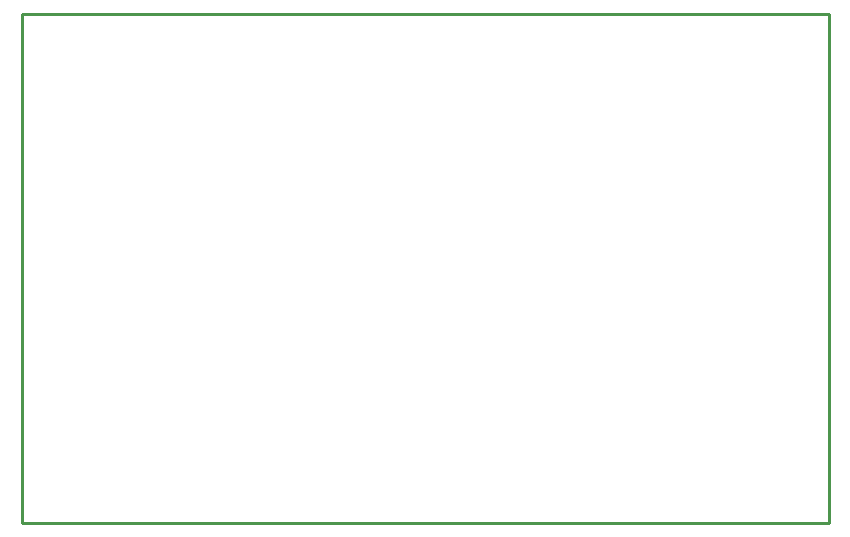
<source format=gbr>
G04*
G04 #@! TF.GenerationSoftware,Altium Limited,Altium Designer,22.4.2 (48)*
G04*
G04 Layer_Color=8388736*
%FSLAX25Y25*%
%MOIN*%
G70*
G04*
G04 #@! TF.SameCoordinates,AD9AAAA9-8C15-4E76-B8C9-5665C563ED73*
G04*
G04*
G04 #@! TF.FilePolarity,Positive*
G04*
G01*
G75*
%ADD10C,0.01000*%
D10*
X212500Y311000D02*
Y480500D01*
Y311000D02*
X481500D01*
Y480500D01*
X212500D02*
X481500D01*
M02*

</source>
